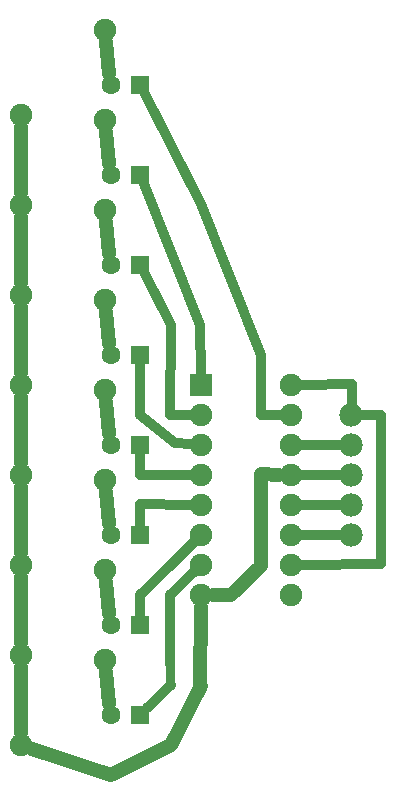
<source format=gbl>
G04 MADE WITH FRITZING*
G04 WWW.FRITZING.ORG*
G04 SINGLE SIDED*
G04 HOLES NOT PLATED*
G04 CONTOUR ON CENTER OF CONTOUR VECTOR*
%ASAXBY*%
%FSLAX23Y23*%
%MOIN*%
%OFA0B0*%
%SFA1.0B1.0*%
%ADD10C,0.062992*%
%ADD11C,0.075000*%
%ADD12C,0.078000*%
%ADD13R,0.062992X0.062992*%
%ADD14R,0.075000X0.075000*%
%ADD15C,0.032000*%
%ADD16C,0.048000*%
%ADD17R,0.001000X0.001000*%
%LNCOPPER0*%
G90*
G70*
G54D10*
X511Y2416D03*
X413Y2416D03*
X511Y916D03*
X413Y916D03*
X511Y1216D03*
X413Y1216D03*
X511Y316D03*
X413Y316D03*
X511Y616D03*
X413Y616D03*
X511Y1516D03*
X413Y1516D03*
X511Y1816D03*
X413Y1816D03*
X511Y2116D03*
X413Y2116D03*
G54D11*
X715Y1417D03*
X1015Y1417D03*
X715Y1317D03*
X1015Y1317D03*
X715Y1217D03*
X1015Y1217D03*
X715Y1117D03*
X1015Y1117D03*
X715Y1017D03*
X1015Y1017D03*
X715Y917D03*
X1015Y917D03*
X715Y817D03*
X1015Y817D03*
X715Y717D03*
X1015Y717D03*
G54D12*
X1215Y917D03*
X1215Y1017D03*
X1215Y1117D03*
X1215Y1217D03*
X1215Y1317D03*
G54D11*
X113Y2316D03*
X395Y2599D03*
X113Y2016D03*
X395Y2299D03*
X113Y1716D03*
X395Y1999D03*
X113Y1416D03*
X395Y1699D03*
X113Y1116D03*
X395Y1399D03*
X113Y816D03*
X395Y1099D03*
X113Y516D03*
X395Y799D03*
X113Y216D03*
X395Y499D03*
G54D13*
X511Y2416D03*
X511Y916D03*
X511Y1216D03*
X511Y316D03*
X511Y616D03*
X511Y1516D03*
X511Y1816D03*
X511Y2116D03*
G54D14*
X715Y1417D03*
G54D15*
X613Y1617D02*
X526Y1787D01*
D02*
X611Y1316D02*
X613Y1617D01*
D02*
X681Y1316D02*
X611Y1316D01*
D02*
X512Y1116D02*
X511Y1184D01*
D02*
X611Y1115D02*
X512Y1116D01*
D02*
X681Y1116D02*
X611Y1115D01*
D02*
X613Y2216D02*
X526Y2387D01*
D02*
X715Y2018D02*
X613Y2216D01*
D02*
X913Y1516D02*
X715Y2018D01*
D02*
X913Y1316D02*
X913Y1516D01*
D02*
X981Y1316D02*
X913Y1316D01*
D02*
X691Y793D02*
X611Y716D01*
D02*
X613Y416D02*
X534Y339D01*
G54D16*
D02*
X409Y1854D02*
X399Y1960D01*
D02*
X113Y556D02*
X113Y777D01*
D02*
X113Y256D02*
X113Y477D01*
G54D15*
D02*
X1313Y819D02*
X1049Y817D01*
D02*
X1313Y1316D02*
X1313Y819D01*
D02*
X1251Y1316D02*
X1313Y1316D01*
D02*
X712Y1617D02*
X523Y2086D01*
D02*
X715Y1451D02*
X712Y1617D01*
D02*
X1216Y1418D02*
X1216Y1352D01*
D02*
X1049Y1417D02*
X1216Y1418D01*
D02*
X1180Y1017D02*
X1049Y1017D01*
G54D16*
D02*
X113Y2056D02*
X113Y2277D01*
D02*
X409Y954D02*
X399Y1060D01*
D02*
X409Y1254D02*
X399Y1360D01*
D02*
X914Y1118D02*
X975Y1117D01*
D02*
X913Y814D02*
X914Y1118D01*
D02*
X813Y716D02*
X913Y814D01*
D02*
X755Y716D02*
X813Y716D01*
G54D15*
D02*
X691Y893D02*
X613Y816D01*
D02*
X613Y816D02*
X512Y717D01*
D02*
X512Y717D02*
X511Y649D01*
D02*
X1180Y1117D02*
X1049Y1117D01*
G54D16*
D02*
X113Y1756D02*
X113Y1977D01*
D02*
X113Y1456D02*
X113Y1677D01*
D02*
X409Y354D02*
X399Y460D01*
D02*
X409Y1554D02*
X399Y1660D01*
D02*
X113Y1156D02*
X113Y1377D01*
G54D15*
D02*
X511Y1018D02*
X511Y949D01*
D02*
X681Y1017D02*
X511Y1018D01*
G54D16*
D02*
X414Y117D02*
X150Y204D01*
D02*
X613Y216D02*
X414Y117D01*
D02*
X715Y414D02*
X613Y216D01*
D02*
X712Y416D02*
X715Y414D01*
D02*
X715Y677D02*
X712Y416D01*
D02*
X409Y2154D02*
X399Y2260D01*
D02*
X409Y654D02*
X399Y760D01*
G54D15*
D02*
X1180Y1217D02*
X1049Y1217D01*
G54D16*
D02*
X113Y856D02*
X113Y1077D01*
G54D15*
D02*
X511Y1417D02*
X511Y1484D01*
D02*
X512Y1316D02*
X511Y1417D01*
D02*
X626Y1224D02*
X512Y1316D01*
D02*
X681Y1219D02*
X626Y1224D01*
D02*
X1180Y917D02*
X1049Y917D01*
G54D16*
D02*
X409Y2454D02*
X399Y2560D01*
G54D17*
X607Y732D02*
X615Y732D01*
X604Y731D02*
X617Y731D01*
X602Y730D02*
X619Y730D01*
X601Y729D02*
X620Y729D01*
X600Y728D02*
X622Y728D01*
X599Y727D02*
X622Y727D01*
X598Y726D02*
X623Y726D01*
X598Y725D02*
X624Y725D01*
X597Y724D02*
X624Y724D01*
X597Y723D02*
X625Y723D01*
X596Y722D02*
X625Y722D01*
X596Y721D02*
X626Y721D01*
X596Y720D02*
X626Y720D01*
X596Y719D02*
X626Y719D01*
X595Y718D02*
X626Y718D01*
X595Y717D02*
X626Y717D01*
X595Y716D02*
X626Y716D01*
X595Y715D02*
X626Y715D01*
X595Y714D02*
X626Y714D01*
X595Y713D02*
X626Y713D01*
X595Y712D02*
X626Y712D01*
X595Y711D02*
X626Y711D01*
X595Y710D02*
X626Y710D01*
X595Y709D02*
X626Y709D01*
X595Y708D02*
X626Y708D01*
X595Y707D02*
X626Y707D01*
X595Y706D02*
X626Y706D01*
X595Y705D02*
X626Y705D01*
X595Y704D02*
X626Y704D01*
X595Y703D02*
X626Y703D01*
X595Y702D02*
X626Y702D01*
X595Y701D02*
X626Y701D01*
X595Y700D02*
X626Y700D01*
X595Y699D02*
X626Y699D01*
X595Y698D02*
X626Y698D01*
X595Y697D02*
X626Y697D01*
X595Y696D02*
X626Y696D01*
X595Y695D02*
X626Y695D01*
X595Y694D02*
X626Y694D01*
X595Y693D02*
X626Y693D01*
X595Y692D02*
X626Y692D01*
X595Y691D02*
X626Y691D01*
X595Y690D02*
X626Y690D01*
X595Y689D02*
X626Y689D01*
X595Y688D02*
X626Y688D01*
X595Y687D02*
X626Y687D01*
X595Y686D02*
X626Y686D01*
X595Y685D02*
X626Y685D01*
X595Y684D02*
X626Y684D01*
X595Y683D02*
X626Y683D01*
X595Y682D02*
X626Y682D01*
X595Y681D02*
X626Y681D01*
X595Y680D02*
X626Y680D01*
X595Y679D02*
X626Y679D01*
X595Y678D02*
X626Y678D01*
X595Y677D02*
X627Y677D01*
X595Y676D02*
X627Y676D01*
X596Y675D02*
X627Y675D01*
X596Y674D02*
X627Y674D01*
X596Y673D02*
X627Y673D01*
X596Y672D02*
X627Y672D01*
X596Y671D02*
X627Y671D01*
X596Y670D02*
X627Y670D01*
X596Y669D02*
X627Y669D01*
X596Y668D02*
X627Y668D01*
X596Y667D02*
X627Y667D01*
X596Y666D02*
X627Y666D01*
X596Y665D02*
X627Y665D01*
X596Y664D02*
X627Y664D01*
X596Y663D02*
X627Y663D01*
X596Y662D02*
X627Y662D01*
X596Y661D02*
X627Y661D01*
X596Y660D02*
X627Y660D01*
X596Y659D02*
X627Y659D01*
X596Y658D02*
X627Y658D01*
X596Y657D02*
X627Y657D01*
X596Y656D02*
X627Y656D01*
X596Y655D02*
X627Y655D01*
X596Y654D02*
X627Y654D01*
X596Y653D02*
X627Y653D01*
X596Y652D02*
X627Y652D01*
X596Y651D02*
X627Y651D01*
X596Y650D02*
X627Y650D01*
X596Y649D02*
X627Y649D01*
X596Y648D02*
X627Y648D01*
X596Y647D02*
X627Y647D01*
X596Y646D02*
X627Y646D01*
X596Y645D02*
X627Y645D01*
X596Y644D02*
X627Y644D01*
X596Y643D02*
X627Y643D01*
X596Y642D02*
X627Y642D01*
X596Y641D02*
X627Y641D01*
X596Y640D02*
X627Y640D01*
X596Y639D02*
X627Y639D01*
X596Y638D02*
X627Y638D01*
X596Y637D02*
X627Y637D01*
X596Y636D02*
X627Y636D01*
X596Y635D02*
X627Y635D01*
X596Y634D02*
X627Y634D01*
X596Y633D02*
X627Y633D01*
X596Y632D02*
X627Y632D01*
X596Y631D02*
X627Y631D01*
X596Y630D02*
X627Y630D01*
X596Y629D02*
X627Y629D01*
X596Y628D02*
X627Y628D01*
X596Y627D02*
X627Y627D01*
X596Y626D02*
X627Y626D01*
X596Y625D02*
X627Y625D01*
X596Y624D02*
X627Y624D01*
X596Y623D02*
X627Y623D01*
X596Y622D02*
X627Y622D01*
X596Y621D02*
X627Y621D01*
X596Y620D02*
X627Y620D01*
X596Y619D02*
X627Y619D01*
X596Y618D02*
X627Y618D01*
X596Y617D02*
X627Y617D01*
X596Y616D02*
X627Y616D01*
X596Y615D02*
X627Y615D01*
X596Y614D02*
X627Y614D01*
X596Y613D02*
X627Y613D01*
X596Y612D02*
X627Y612D01*
X596Y611D02*
X627Y611D01*
X596Y610D02*
X627Y610D01*
X596Y609D02*
X627Y609D01*
X596Y608D02*
X627Y608D01*
X596Y607D02*
X627Y607D01*
X596Y606D02*
X627Y606D01*
X596Y605D02*
X627Y605D01*
X596Y604D02*
X627Y604D01*
X596Y603D02*
X627Y603D01*
X596Y602D02*
X627Y602D01*
X596Y601D02*
X627Y601D01*
X596Y600D02*
X627Y600D01*
X596Y599D02*
X627Y599D01*
X596Y598D02*
X627Y598D01*
X596Y597D02*
X627Y597D01*
X596Y596D02*
X627Y596D01*
X596Y595D02*
X627Y595D01*
X596Y594D02*
X627Y594D01*
X596Y593D02*
X627Y593D01*
X596Y592D02*
X627Y592D01*
X596Y591D02*
X627Y591D01*
X596Y590D02*
X627Y590D01*
X596Y589D02*
X627Y589D01*
X596Y588D02*
X627Y588D01*
X596Y587D02*
X627Y587D01*
X596Y586D02*
X627Y586D01*
X596Y585D02*
X627Y585D01*
X596Y584D02*
X627Y584D01*
X596Y583D02*
X627Y583D01*
X596Y582D02*
X627Y582D01*
X596Y581D02*
X627Y581D01*
X596Y580D02*
X627Y580D01*
X596Y579D02*
X627Y579D01*
X596Y578D02*
X627Y578D01*
X596Y577D02*
X627Y577D01*
X596Y576D02*
X627Y576D01*
X596Y575D02*
X627Y575D01*
X596Y574D02*
X627Y574D01*
X596Y573D02*
X627Y573D01*
X596Y572D02*
X627Y572D01*
X596Y571D02*
X627Y571D01*
X596Y570D02*
X627Y570D01*
X596Y569D02*
X627Y569D01*
X596Y568D02*
X627Y568D01*
X596Y567D02*
X627Y567D01*
X596Y566D02*
X627Y566D01*
X596Y565D02*
X627Y565D01*
X596Y564D02*
X627Y564D01*
X596Y563D02*
X627Y563D01*
X596Y562D02*
X627Y562D01*
X596Y561D02*
X627Y561D01*
X596Y560D02*
X627Y560D01*
X596Y559D02*
X627Y559D01*
X596Y558D02*
X627Y558D01*
X596Y557D02*
X627Y557D01*
X596Y556D02*
X627Y556D01*
X596Y555D02*
X627Y555D01*
X596Y554D02*
X627Y554D01*
X596Y553D02*
X627Y553D01*
X596Y552D02*
X627Y552D01*
X596Y551D02*
X627Y551D01*
X596Y550D02*
X627Y550D01*
X596Y549D02*
X627Y549D01*
X596Y548D02*
X627Y548D01*
X596Y547D02*
X627Y547D01*
X596Y546D02*
X627Y546D01*
X596Y545D02*
X627Y545D01*
X596Y544D02*
X627Y544D01*
X596Y543D02*
X627Y543D01*
X596Y542D02*
X627Y542D01*
X596Y541D02*
X627Y541D01*
X596Y540D02*
X627Y540D01*
X596Y539D02*
X627Y539D01*
X596Y538D02*
X627Y538D01*
X596Y537D02*
X627Y537D01*
X596Y536D02*
X627Y536D01*
X596Y535D02*
X627Y535D01*
X596Y534D02*
X627Y534D01*
X596Y533D02*
X627Y533D01*
X596Y532D02*
X627Y532D01*
X596Y531D02*
X627Y531D01*
X596Y530D02*
X627Y530D01*
X596Y529D02*
X627Y529D01*
X596Y528D02*
X627Y528D01*
X596Y527D02*
X627Y527D01*
X596Y526D02*
X627Y526D01*
X596Y525D02*
X627Y525D01*
X596Y524D02*
X627Y524D01*
X596Y523D02*
X627Y523D01*
X596Y522D02*
X627Y522D01*
X596Y521D02*
X627Y521D01*
X596Y520D02*
X627Y520D01*
X596Y519D02*
X627Y519D01*
X596Y518D02*
X627Y518D01*
X596Y517D02*
X627Y517D01*
X596Y516D02*
X627Y516D01*
X596Y515D02*
X627Y515D01*
X596Y514D02*
X627Y514D01*
X596Y513D02*
X627Y513D01*
X596Y512D02*
X627Y512D01*
X596Y511D02*
X627Y511D01*
X596Y510D02*
X627Y510D01*
X596Y509D02*
X627Y509D01*
X596Y508D02*
X627Y508D01*
X596Y507D02*
X627Y507D01*
X596Y506D02*
X627Y506D01*
X596Y505D02*
X627Y505D01*
X596Y504D02*
X627Y504D01*
X596Y503D02*
X627Y503D01*
X596Y502D02*
X627Y502D01*
X596Y501D02*
X627Y501D01*
X596Y500D02*
X627Y500D01*
X596Y499D02*
X627Y499D01*
X596Y498D02*
X627Y498D01*
X596Y497D02*
X627Y497D01*
X596Y496D02*
X627Y496D01*
X596Y495D02*
X627Y495D01*
X596Y494D02*
X627Y494D01*
X596Y493D02*
X627Y493D01*
X596Y492D02*
X627Y492D01*
X596Y491D02*
X627Y491D01*
X596Y490D02*
X627Y490D01*
X596Y489D02*
X627Y489D01*
X596Y488D02*
X627Y488D01*
X596Y487D02*
X627Y487D01*
X596Y486D02*
X627Y486D01*
X596Y485D02*
X627Y485D01*
X596Y484D02*
X627Y484D01*
X596Y483D02*
X627Y483D01*
X596Y482D02*
X627Y482D01*
X596Y481D02*
X628Y481D01*
X596Y480D02*
X628Y480D01*
X597Y479D02*
X628Y479D01*
X597Y478D02*
X628Y478D01*
X597Y477D02*
X628Y477D01*
X597Y476D02*
X628Y476D01*
X597Y475D02*
X628Y475D01*
X597Y474D02*
X628Y474D01*
X597Y473D02*
X628Y473D01*
X597Y472D02*
X628Y472D01*
X597Y471D02*
X628Y471D01*
X597Y470D02*
X628Y470D01*
X597Y469D02*
X628Y469D01*
X597Y468D02*
X628Y468D01*
X597Y467D02*
X628Y467D01*
X597Y466D02*
X628Y466D01*
X597Y465D02*
X628Y465D01*
X597Y464D02*
X628Y464D01*
X597Y463D02*
X628Y463D01*
X597Y462D02*
X628Y462D01*
X597Y461D02*
X628Y461D01*
X597Y460D02*
X628Y460D01*
X597Y459D02*
X628Y459D01*
X597Y458D02*
X628Y458D01*
X597Y457D02*
X628Y457D01*
X597Y456D02*
X628Y456D01*
X597Y455D02*
X628Y455D01*
X597Y454D02*
X628Y454D01*
X597Y453D02*
X628Y453D01*
X597Y452D02*
X628Y452D01*
X597Y451D02*
X628Y451D01*
X597Y450D02*
X628Y450D01*
X597Y449D02*
X628Y449D01*
X597Y448D02*
X628Y448D01*
X597Y447D02*
X628Y447D01*
X597Y446D02*
X628Y446D01*
X597Y445D02*
X628Y445D01*
X597Y444D02*
X628Y444D01*
X597Y443D02*
X628Y443D01*
X597Y442D02*
X628Y442D01*
X597Y441D02*
X628Y441D01*
X597Y440D02*
X628Y440D01*
X597Y439D02*
X628Y439D01*
X597Y438D02*
X628Y438D01*
X597Y437D02*
X628Y437D01*
X597Y436D02*
X628Y436D01*
X597Y435D02*
X628Y435D01*
X597Y434D02*
X628Y434D01*
X597Y433D02*
X628Y433D01*
X597Y432D02*
X628Y432D01*
X597Y431D02*
X628Y431D01*
X597Y430D02*
X628Y430D01*
X597Y429D02*
X628Y429D01*
X597Y428D02*
X628Y428D01*
X597Y427D02*
X628Y427D01*
X597Y426D02*
X628Y426D01*
X597Y425D02*
X628Y425D01*
X597Y424D02*
X628Y424D01*
X597Y423D02*
X628Y423D01*
X597Y422D02*
X628Y422D01*
X597Y421D02*
X628Y421D01*
X597Y420D02*
X628Y420D01*
X597Y419D02*
X628Y419D01*
X597Y418D02*
X628Y418D01*
X597Y417D02*
X628Y417D01*
X597Y416D02*
X628Y416D01*
X597Y415D02*
X628Y415D01*
X597Y414D02*
X628Y414D01*
X597Y413D02*
X627Y413D01*
X598Y412D02*
X627Y412D01*
X598Y411D02*
X627Y411D01*
X598Y410D02*
X626Y410D01*
X599Y409D02*
X626Y409D01*
X599Y408D02*
X625Y408D01*
X600Y407D02*
X625Y407D01*
X601Y406D02*
X624Y406D01*
X602Y405D02*
X623Y405D01*
X603Y404D02*
X622Y404D01*
X604Y403D02*
X620Y403D01*
X606Y402D02*
X619Y402D01*
X609Y401D02*
X616Y401D01*
D02*
G04 End of Copper0*
M02*
</source>
